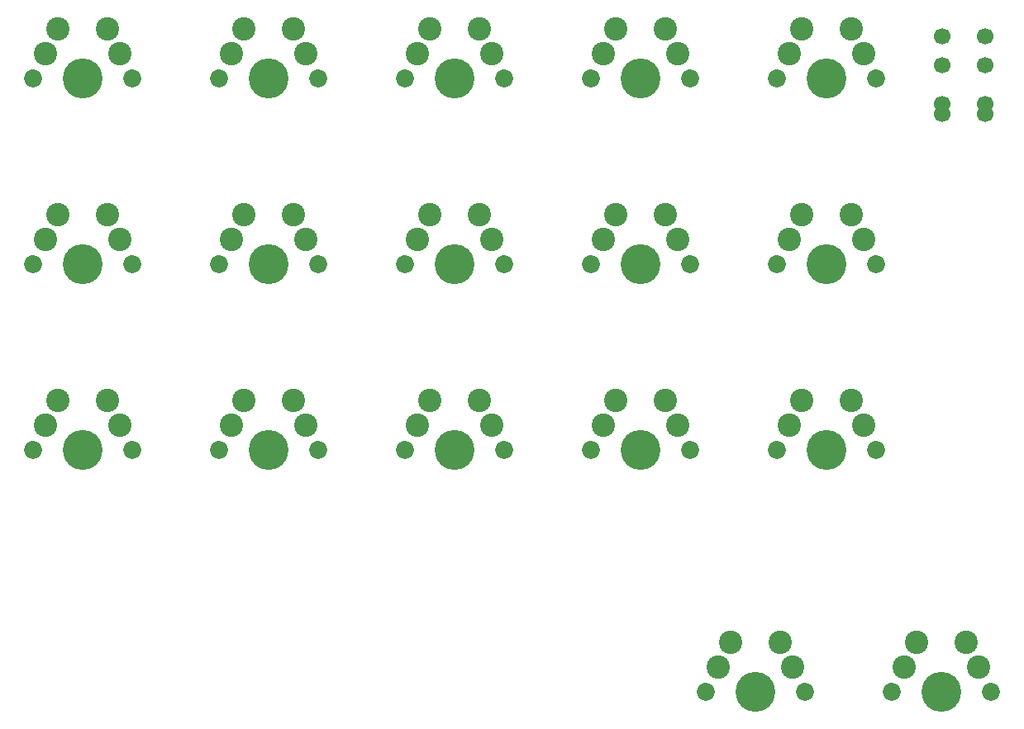
<source format=gts>
%TF.GenerationSoftware,KiCad,Pcbnew,8.0.7*%
%TF.CreationDate,2025-01-05T02:21:24-08:00*%
%TF.ProjectId,risha,72697368-612e-46b6-9963-61645f706362,v1.0.0*%
%TF.SameCoordinates,Original*%
%TF.FileFunction,Soldermask,Top*%
%TF.FilePolarity,Negative*%
%FSLAX46Y46*%
G04 Gerber Fmt 4.6, Leading zero omitted, Abs format (unit mm)*
G04 Created by KiCad (PCBNEW 8.0.7) date 2025-01-05 02:21:24*
%MOMM*%
%LPD*%
G01*
G04 APERTURE LIST*
%ADD10C,1.850000*%
%ADD11C,4.087800*%
%ADD12C,2.400000*%
%ADD13C,1.700000*%
G04 APERTURE END LIST*
D10*
%TO.C,MX8*%
X128270000Y-76200000D03*
D11*
X133350000Y-76200000D03*
D10*
X138430000Y-76200000D03*
D12*
X135890000Y-71120000D03*
X137160000Y-73660000D03*
X129540000Y-73660000D03*
X130810000Y-71120000D03*
%TD*%
D10*
%TO.C,MX17*%
X178120000Y-120015000D03*
D11*
X183200000Y-120015000D03*
D10*
X188280000Y-120015000D03*
D12*
X185740000Y-114935000D03*
X187010000Y-117475000D03*
X179390000Y-117475000D03*
X180660000Y-114935000D03*
%TD*%
D10*
%TO.C,MX4*%
X109220000Y-95250000D03*
D11*
X114300000Y-95250000D03*
D10*
X119380000Y-95250000D03*
D12*
X116840000Y-90170000D03*
X118110000Y-92710000D03*
X110490000Y-92710000D03*
X111760000Y-90170000D03*
%TD*%
D10*
%TO.C,MX10*%
X147320000Y-95250000D03*
D11*
X152400000Y-95250000D03*
D10*
X157480000Y-95250000D03*
D12*
X154940000Y-90170000D03*
X156210000Y-92710000D03*
X148590000Y-92710000D03*
X149860000Y-90170000D03*
%TD*%
D10*
%TO.C,MX3*%
X90170000Y-57150000D03*
D11*
X95250000Y-57150000D03*
D10*
X100330000Y-57150000D03*
D12*
X97790000Y-52070000D03*
X99060000Y-54610000D03*
X91440000Y-54610000D03*
X92710000Y-52070000D03*
%TD*%
D10*
%TO.C,MX12*%
X147320000Y-57150000D03*
D11*
X152400000Y-57150000D03*
D10*
X157480000Y-57150000D03*
D12*
X154940000Y-52070000D03*
X156210000Y-54610000D03*
X148590000Y-54610000D03*
X149860000Y-52070000D03*
%TD*%
D10*
%TO.C,MX14*%
X166370000Y-76200000D03*
D11*
X171450000Y-76200000D03*
D10*
X176530000Y-76200000D03*
D12*
X173990000Y-71120000D03*
X175260000Y-73660000D03*
X167640000Y-73660000D03*
X168910000Y-71120000D03*
%TD*%
D10*
%TO.C,MX9*%
X128270000Y-57150000D03*
D11*
X133350000Y-57150000D03*
D10*
X138430000Y-57150000D03*
D12*
X135890000Y-52070000D03*
X137160000Y-54610000D03*
X129540000Y-54610000D03*
X130810000Y-52070000D03*
%TD*%
D10*
%TO.C,MX15*%
X166370000Y-57150000D03*
D11*
X171450000Y-57150000D03*
D10*
X176530000Y-57150000D03*
D12*
X173990000Y-52070000D03*
X175260000Y-54610000D03*
X167640000Y-54610000D03*
X168910000Y-52070000D03*
%TD*%
D10*
%TO.C,MX13*%
X166370000Y-95250000D03*
D11*
X171450000Y-95250000D03*
D10*
X176530000Y-95250000D03*
D12*
X173990000Y-90170000D03*
X175260000Y-92710000D03*
X167640000Y-92710000D03*
X168910000Y-90170000D03*
%TD*%
D10*
%TO.C,MX7*%
X128270000Y-95250000D03*
D11*
X133350000Y-95250000D03*
D10*
X138430000Y-95250000D03*
D12*
X135890000Y-90170000D03*
X137160000Y-92710000D03*
X129540000Y-92710000D03*
X130810000Y-90170000D03*
%TD*%
D10*
%TO.C,MX5*%
X109220000Y-76200000D03*
D11*
X114300000Y-76200000D03*
D10*
X119380000Y-76200000D03*
D12*
X116840000Y-71120000D03*
X118110000Y-73660000D03*
X110490000Y-73660000D03*
X111760000Y-71120000D03*
%TD*%
D10*
%TO.C,MX6*%
X109220000Y-57150000D03*
D11*
X114300000Y-57150000D03*
D10*
X119380000Y-57150000D03*
D12*
X116840000Y-52070000D03*
X118110000Y-54610000D03*
X110490000Y-54610000D03*
X111760000Y-52070000D03*
%TD*%
D10*
%TO.C,MX16*%
X159070000Y-120015000D03*
D11*
X164150000Y-120015000D03*
D10*
X169230000Y-120015000D03*
D12*
X166690000Y-114935000D03*
X167960000Y-117475000D03*
X160340000Y-117475000D03*
X161610000Y-114935000D03*
%TD*%
D10*
%TO.C,MX1*%
X90170000Y-95250000D03*
D11*
X95250000Y-95250000D03*
D10*
X100330000Y-95250000D03*
D12*
X97790000Y-90170000D03*
X99060000Y-92710000D03*
X91440000Y-92710000D03*
X92710000Y-90170000D03*
%TD*%
D13*
%TO.C,J1*%
X187642500Y-60775000D03*
X183242500Y-60775000D03*
X187642500Y-59775000D03*
X183242500Y-59775000D03*
X187642500Y-55775000D03*
X183242500Y-55775000D03*
X187642500Y-52775000D03*
X183242500Y-52775000D03*
%TD*%
D10*
%TO.C,MX2*%
X90170000Y-76200000D03*
D11*
X95250000Y-76200000D03*
D10*
X100330000Y-76200000D03*
D12*
X97790000Y-71120000D03*
X99060000Y-73660000D03*
X91440000Y-73660000D03*
X92710000Y-71120000D03*
%TD*%
D10*
%TO.C,MX11*%
X147320000Y-76200000D03*
D11*
X152400000Y-76200000D03*
D10*
X157480000Y-76200000D03*
D12*
X154940000Y-71120000D03*
X156210000Y-73660000D03*
X148590000Y-73660000D03*
X149860000Y-71120000D03*
%TD*%
M02*

</source>
